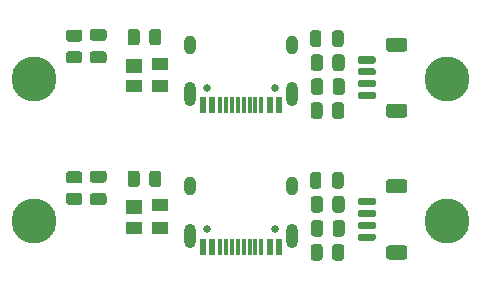
<source format=gbr>
%TF.GenerationSoftware,KiCad,Pcbnew,(5.1.10)-1*%
%TF.CreationDate,2022-01-12T21:02:25-06:00*%
%TF.ProjectId,kb-db_panel,6b622d64-625f-4706-916e-656c2e6b6963,rev?*%
%TF.SameCoordinates,Original*%
%TF.FileFunction,Soldermask,Top*%
%TF.FilePolarity,Negative*%
%FSLAX46Y46*%
G04 Gerber Fmt 4.6, Leading zero omitted, Abs format (unit mm)*
G04 Created by KiCad (PCBNEW (5.1.10)-1) date 2022-01-12 21:02:25*
%MOMM*%
%LPD*%
G01*
G04 APERTURE LIST*
%ADD10C,3.800000*%
%ADD11R,1.400000X1.200000*%
%ADD12R,1.400000X1.000000*%
%ADD13O,1.000000X1.600000*%
%ADD14O,1.000000X2.100000*%
%ADD15C,0.650000*%
%ADD16R,0.300000X1.450000*%
%ADD17R,0.600000X1.450000*%
G04 APERTURE END LIST*
D10*
%TO.C,H1*%
X96487000Y-75472000D03*
%TD*%
%TO.C,J1*%
G36*
G01*
X89052000Y-73579000D02*
X90302000Y-73579000D01*
G75*
G02*
X90452000Y-73729000I0J-150000D01*
G01*
X90452000Y-74029000D01*
G75*
G02*
X90302000Y-74179000I-150000J0D01*
G01*
X89052000Y-74179000D01*
G75*
G02*
X88902000Y-74029000I0J150000D01*
G01*
X88902000Y-73729000D01*
G75*
G02*
X89052000Y-73579000I150000J0D01*
G01*
G37*
G36*
G01*
X89052000Y-74579000D02*
X90302000Y-74579000D01*
G75*
G02*
X90452000Y-74729000I0J-150000D01*
G01*
X90452000Y-75029000D01*
G75*
G02*
X90302000Y-75179000I-150000J0D01*
G01*
X89052000Y-75179000D01*
G75*
G02*
X88902000Y-75029000I0J150000D01*
G01*
X88902000Y-74729000D01*
G75*
G02*
X89052000Y-74579000I150000J0D01*
G01*
G37*
G36*
G01*
X89052000Y-75579000D02*
X90302000Y-75579000D01*
G75*
G02*
X90452000Y-75729000I0J-150000D01*
G01*
X90452000Y-76029000D01*
G75*
G02*
X90302000Y-76179000I-150000J0D01*
G01*
X89052000Y-76179000D01*
G75*
G02*
X88902000Y-76029000I0J150000D01*
G01*
X88902000Y-75729000D01*
G75*
G02*
X89052000Y-75579000I150000J0D01*
G01*
G37*
G36*
G01*
X89052000Y-76579000D02*
X90302000Y-76579000D01*
G75*
G02*
X90452000Y-76729000I0J-150000D01*
G01*
X90452000Y-77029000D01*
G75*
G02*
X90302000Y-77179000I-150000J0D01*
G01*
X89052000Y-77179000D01*
G75*
G02*
X88902000Y-77029000I0J150000D01*
G01*
X88902000Y-76729000D01*
G75*
G02*
X89052000Y-76579000I150000J0D01*
G01*
G37*
G36*
G01*
X91551999Y-71979000D02*
X92852001Y-71979000D01*
G75*
G02*
X93102000Y-72228999I0J-249999D01*
G01*
X93102000Y-72929001D01*
G75*
G02*
X92852001Y-73179000I-249999J0D01*
G01*
X91551999Y-73179000D01*
G75*
G02*
X91302000Y-72929001I0J249999D01*
G01*
X91302000Y-72228999D01*
G75*
G02*
X91551999Y-71979000I249999J0D01*
G01*
G37*
G36*
G01*
X91551999Y-77579000D02*
X92852001Y-77579000D01*
G75*
G02*
X93102000Y-77828999I0J-249999D01*
G01*
X93102000Y-78529001D01*
G75*
G02*
X92852001Y-78779000I-249999J0D01*
G01*
X91551999Y-78779000D01*
G75*
G02*
X91302000Y-78529001I0J249999D01*
G01*
X91302000Y-77828999D01*
G75*
G02*
X91551999Y-77579000I249999J0D01*
G01*
G37*
%TD*%
%TO.C,C1*%
G36*
G01*
X66454000Y-71256000D02*
X67404000Y-71256000D01*
G75*
G02*
X67654000Y-71506000I0J-250000D01*
G01*
X67654000Y-72006000D01*
G75*
G02*
X67404000Y-72256000I-250000J0D01*
G01*
X66454000Y-72256000D01*
G75*
G02*
X66204000Y-72006000I0J250000D01*
G01*
X66204000Y-71506000D01*
G75*
G02*
X66454000Y-71256000I250000J0D01*
G01*
G37*
G36*
G01*
X66454000Y-73156000D02*
X67404000Y-73156000D01*
G75*
G02*
X67654000Y-73406000I0J-250000D01*
G01*
X67654000Y-73906000D01*
G75*
G02*
X67404000Y-74156000I-250000J0D01*
G01*
X66454000Y-74156000D01*
G75*
G02*
X66204000Y-73906000I0J250000D01*
G01*
X66204000Y-73406000D01*
G75*
G02*
X66454000Y-73156000I250000J0D01*
G01*
G37*
%TD*%
%TO.C,R1*%
G36*
G01*
X87761500Y-77716998D02*
X87761500Y-78617002D01*
G75*
G02*
X87511502Y-78867000I-249998J0D01*
G01*
X86986498Y-78867000D01*
G75*
G02*
X86736500Y-78617002I0J249998D01*
G01*
X86736500Y-77716998D01*
G75*
G02*
X86986498Y-77467000I249998J0D01*
G01*
X87511502Y-77467000D01*
G75*
G02*
X87761500Y-77716998I0J-249998D01*
G01*
G37*
G36*
G01*
X85936500Y-77716998D02*
X85936500Y-78617002D01*
G75*
G02*
X85686502Y-78867000I-249998J0D01*
G01*
X85161498Y-78867000D01*
G75*
G02*
X84911500Y-78617002I0J249998D01*
G01*
X84911500Y-77716998D01*
G75*
G02*
X85161498Y-77467000I249998J0D01*
G01*
X85686502Y-77467000D01*
G75*
G02*
X85936500Y-77716998I0J-249998D01*
G01*
G37*
%TD*%
%TO.C,R4*%
G36*
G01*
X87808500Y-75684998D02*
X87808500Y-76585002D01*
G75*
G02*
X87558502Y-76835000I-249998J0D01*
G01*
X87033498Y-76835000D01*
G75*
G02*
X86783500Y-76585002I0J249998D01*
G01*
X86783500Y-75684998D01*
G75*
G02*
X87033498Y-75435000I249998J0D01*
G01*
X87558502Y-75435000D01*
G75*
G02*
X87808500Y-75684998I0J-249998D01*
G01*
G37*
G36*
G01*
X85983500Y-75684998D02*
X85983500Y-76585002D01*
G75*
G02*
X85733502Y-76835000I-249998J0D01*
G01*
X85208498Y-76835000D01*
G75*
G02*
X84958500Y-76585002I0J249998D01*
G01*
X84958500Y-75684998D01*
G75*
G02*
X85208498Y-75435000I249998J0D01*
G01*
X85733502Y-75435000D01*
G75*
G02*
X85983500Y-75684998I0J-249998D01*
G01*
G37*
%TD*%
%TO.C,H2*%
X61487000Y-75472000D03*
%TD*%
D11*
%TO.C,D1*%
X69977000Y-74357000D03*
D12*
X69977000Y-76077000D03*
X72177000Y-76077000D03*
X72177000Y-74177000D03*
%TD*%
%TO.C,R5*%
G36*
G01*
X64446998Y-71304500D02*
X65347002Y-71304500D01*
G75*
G02*
X65597000Y-71554498I0J-249998D01*
G01*
X65597000Y-72079502D01*
G75*
G02*
X65347002Y-72329500I-249998J0D01*
G01*
X64446998Y-72329500D01*
G75*
G02*
X64197000Y-72079502I0J249998D01*
G01*
X64197000Y-71554498D01*
G75*
G02*
X64446998Y-71304500I249998J0D01*
G01*
G37*
G36*
G01*
X64446998Y-73129500D02*
X65347002Y-73129500D01*
G75*
G02*
X65597000Y-73379498I0J-249998D01*
G01*
X65597000Y-73904502D01*
G75*
G02*
X65347002Y-74154500I-249998J0D01*
G01*
X64446998Y-74154500D01*
G75*
G02*
X64197000Y-73904502I0J249998D01*
G01*
X64197000Y-73379498D01*
G75*
G02*
X64446998Y-73129500I249998J0D01*
G01*
G37*
%TD*%
%TO.C,F1*%
G36*
G01*
X87706500Y-71614750D02*
X87706500Y-72527250D01*
G75*
G02*
X87462750Y-72771000I-243750J0D01*
G01*
X86975250Y-72771000D01*
G75*
G02*
X86731500Y-72527250I0J243750D01*
G01*
X86731500Y-71614750D01*
G75*
G02*
X86975250Y-71371000I243750J0D01*
G01*
X87462750Y-71371000D01*
G75*
G02*
X87706500Y-71614750I0J-243750D01*
G01*
G37*
G36*
G01*
X85831500Y-71614750D02*
X85831500Y-72527250D01*
G75*
G02*
X85587750Y-72771000I-243750J0D01*
G01*
X85100250Y-72771000D01*
G75*
G02*
X84856500Y-72527250I0J243750D01*
G01*
X84856500Y-71614750D01*
G75*
G02*
X85100250Y-71371000I243750J0D01*
G01*
X85587750Y-71371000D01*
G75*
G02*
X85831500Y-71614750I0J-243750D01*
G01*
G37*
%TD*%
%TO.C,R2*%
G36*
G01*
X69417500Y-72394002D02*
X69417500Y-71493998D01*
G75*
G02*
X69667498Y-71244000I249998J0D01*
G01*
X70192502Y-71244000D01*
G75*
G02*
X70442500Y-71493998I0J-249998D01*
G01*
X70442500Y-72394002D01*
G75*
G02*
X70192502Y-72644000I-249998J0D01*
G01*
X69667498Y-72644000D01*
G75*
G02*
X69417500Y-72394002I0J249998D01*
G01*
G37*
G36*
G01*
X71242500Y-72394002D02*
X71242500Y-71493998D01*
G75*
G02*
X71492498Y-71244000I249998J0D01*
G01*
X72017502Y-71244000D01*
G75*
G02*
X72267500Y-71493998I0J-249998D01*
G01*
X72267500Y-72394002D01*
G75*
G02*
X72017502Y-72644000I-249998J0D01*
G01*
X71492498Y-72644000D01*
G75*
G02*
X71242500Y-72394002I0J249998D01*
G01*
G37*
%TD*%
%TO.C,R3*%
G36*
G01*
X87785000Y-73652998D02*
X87785000Y-74553002D01*
G75*
G02*
X87535002Y-74803000I-249998J0D01*
G01*
X87009998Y-74803000D01*
G75*
G02*
X86760000Y-74553002I0J249998D01*
G01*
X86760000Y-73652998D01*
G75*
G02*
X87009998Y-73403000I249998J0D01*
G01*
X87535002Y-73403000D01*
G75*
G02*
X87785000Y-73652998I0J-249998D01*
G01*
G37*
G36*
G01*
X85960000Y-73652998D02*
X85960000Y-74553002D01*
G75*
G02*
X85710002Y-74803000I-249998J0D01*
G01*
X85184998Y-74803000D01*
G75*
G02*
X84935000Y-74553002I0J249998D01*
G01*
X84935000Y-73652998D01*
G75*
G02*
X85184998Y-73403000I249998J0D01*
G01*
X85710002Y-73403000D01*
G75*
G02*
X85960000Y-73652998I0J-249998D01*
G01*
G37*
%TD*%
D13*
%TO.C,USB1*%
X74672000Y-72579000D03*
X83312000Y-72579000D03*
D14*
X74672000Y-76759000D03*
X83312000Y-76759000D03*
D15*
X81882000Y-76229000D03*
X76102000Y-76229000D03*
D16*
X79242000Y-77674000D03*
X78742000Y-77674000D03*
X78242000Y-77674000D03*
X79742000Y-77674000D03*
X77742000Y-77674000D03*
X80242000Y-77674000D03*
X77242000Y-77674000D03*
X80742000Y-77674000D03*
D17*
X81442000Y-77674000D03*
X76542000Y-77674000D03*
X82217000Y-77674000D03*
X75767000Y-77674000D03*
%TD*%
D10*
%TO.C,H2*%
X61487000Y-63472000D03*
%TD*%
%TO.C,H1*%
X96487000Y-63472000D03*
%TD*%
%TO.C,J1*%
G36*
G01*
X91551999Y-65579000D02*
X92852001Y-65579000D01*
G75*
G02*
X93102000Y-65828999I0J-249999D01*
G01*
X93102000Y-66529001D01*
G75*
G02*
X92852001Y-66779000I-249999J0D01*
G01*
X91551999Y-66779000D01*
G75*
G02*
X91302000Y-66529001I0J249999D01*
G01*
X91302000Y-65828999D01*
G75*
G02*
X91551999Y-65579000I249999J0D01*
G01*
G37*
G36*
G01*
X91551999Y-59979000D02*
X92852001Y-59979000D01*
G75*
G02*
X93102000Y-60228999I0J-249999D01*
G01*
X93102000Y-60929001D01*
G75*
G02*
X92852001Y-61179000I-249999J0D01*
G01*
X91551999Y-61179000D01*
G75*
G02*
X91302000Y-60929001I0J249999D01*
G01*
X91302000Y-60228999D01*
G75*
G02*
X91551999Y-59979000I249999J0D01*
G01*
G37*
G36*
G01*
X89052000Y-64579000D02*
X90302000Y-64579000D01*
G75*
G02*
X90452000Y-64729000I0J-150000D01*
G01*
X90452000Y-65029000D01*
G75*
G02*
X90302000Y-65179000I-150000J0D01*
G01*
X89052000Y-65179000D01*
G75*
G02*
X88902000Y-65029000I0J150000D01*
G01*
X88902000Y-64729000D01*
G75*
G02*
X89052000Y-64579000I150000J0D01*
G01*
G37*
G36*
G01*
X89052000Y-63579000D02*
X90302000Y-63579000D01*
G75*
G02*
X90452000Y-63729000I0J-150000D01*
G01*
X90452000Y-64029000D01*
G75*
G02*
X90302000Y-64179000I-150000J0D01*
G01*
X89052000Y-64179000D01*
G75*
G02*
X88902000Y-64029000I0J150000D01*
G01*
X88902000Y-63729000D01*
G75*
G02*
X89052000Y-63579000I150000J0D01*
G01*
G37*
G36*
G01*
X89052000Y-62579000D02*
X90302000Y-62579000D01*
G75*
G02*
X90452000Y-62729000I0J-150000D01*
G01*
X90452000Y-63029000D01*
G75*
G02*
X90302000Y-63179000I-150000J0D01*
G01*
X89052000Y-63179000D01*
G75*
G02*
X88902000Y-63029000I0J150000D01*
G01*
X88902000Y-62729000D01*
G75*
G02*
X89052000Y-62579000I150000J0D01*
G01*
G37*
G36*
G01*
X89052000Y-61579000D02*
X90302000Y-61579000D01*
G75*
G02*
X90452000Y-61729000I0J-150000D01*
G01*
X90452000Y-62029000D01*
G75*
G02*
X90302000Y-62179000I-150000J0D01*
G01*
X89052000Y-62179000D01*
G75*
G02*
X88902000Y-62029000I0J150000D01*
G01*
X88902000Y-61729000D01*
G75*
G02*
X89052000Y-61579000I150000J0D01*
G01*
G37*
%TD*%
%TO.C,C1*%
G36*
G01*
X66454000Y-61156000D02*
X67404000Y-61156000D01*
G75*
G02*
X67654000Y-61406000I0J-250000D01*
G01*
X67654000Y-61906000D01*
G75*
G02*
X67404000Y-62156000I-250000J0D01*
G01*
X66454000Y-62156000D01*
G75*
G02*
X66204000Y-61906000I0J250000D01*
G01*
X66204000Y-61406000D01*
G75*
G02*
X66454000Y-61156000I250000J0D01*
G01*
G37*
G36*
G01*
X66454000Y-59256000D02*
X67404000Y-59256000D01*
G75*
G02*
X67654000Y-59506000I0J-250000D01*
G01*
X67654000Y-60006000D01*
G75*
G02*
X67404000Y-60256000I-250000J0D01*
G01*
X66454000Y-60256000D01*
G75*
G02*
X66204000Y-60006000I0J250000D01*
G01*
X66204000Y-59506000D01*
G75*
G02*
X66454000Y-59256000I250000J0D01*
G01*
G37*
%TD*%
D17*
%TO.C,USB1*%
X75767000Y-65674000D03*
X82217000Y-65674000D03*
X76542000Y-65674000D03*
X81442000Y-65674000D03*
D16*
X80742000Y-65674000D03*
X77242000Y-65674000D03*
X80242000Y-65674000D03*
X77742000Y-65674000D03*
X79742000Y-65674000D03*
X78242000Y-65674000D03*
X78742000Y-65674000D03*
X79242000Y-65674000D03*
D15*
X76102000Y-64229000D03*
X81882000Y-64229000D03*
D14*
X83312000Y-64759000D03*
X74672000Y-64759000D03*
D13*
X83312000Y-60579000D03*
X74672000Y-60579000D03*
%TD*%
%TO.C,R5*%
G36*
G01*
X64446998Y-61129500D02*
X65347002Y-61129500D01*
G75*
G02*
X65597000Y-61379498I0J-249998D01*
G01*
X65597000Y-61904502D01*
G75*
G02*
X65347002Y-62154500I-249998J0D01*
G01*
X64446998Y-62154500D01*
G75*
G02*
X64197000Y-61904502I0J249998D01*
G01*
X64197000Y-61379498D01*
G75*
G02*
X64446998Y-61129500I249998J0D01*
G01*
G37*
G36*
G01*
X64446998Y-59304500D02*
X65347002Y-59304500D01*
G75*
G02*
X65597000Y-59554498I0J-249998D01*
G01*
X65597000Y-60079502D01*
G75*
G02*
X65347002Y-60329500I-249998J0D01*
G01*
X64446998Y-60329500D01*
G75*
G02*
X64197000Y-60079502I0J249998D01*
G01*
X64197000Y-59554498D01*
G75*
G02*
X64446998Y-59304500I249998J0D01*
G01*
G37*
%TD*%
%TO.C,R4*%
G36*
G01*
X85983500Y-63684998D02*
X85983500Y-64585002D01*
G75*
G02*
X85733502Y-64835000I-249998J0D01*
G01*
X85208498Y-64835000D01*
G75*
G02*
X84958500Y-64585002I0J249998D01*
G01*
X84958500Y-63684998D01*
G75*
G02*
X85208498Y-63435000I249998J0D01*
G01*
X85733502Y-63435000D01*
G75*
G02*
X85983500Y-63684998I0J-249998D01*
G01*
G37*
G36*
G01*
X87808500Y-63684998D02*
X87808500Y-64585002D01*
G75*
G02*
X87558502Y-64835000I-249998J0D01*
G01*
X87033498Y-64835000D01*
G75*
G02*
X86783500Y-64585002I0J249998D01*
G01*
X86783500Y-63684998D01*
G75*
G02*
X87033498Y-63435000I249998J0D01*
G01*
X87558502Y-63435000D01*
G75*
G02*
X87808500Y-63684998I0J-249998D01*
G01*
G37*
%TD*%
%TO.C,R3*%
G36*
G01*
X85960000Y-61652998D02*
X85960000Y-62553002D01*
G75*
G02*
X85710002Y-62803000I-249998J0D01*
G01*
X85184998Y-62803000D01*
G75*
G02*
X84935000Y-62553002I0J249998D01*
G01*
X84935000Y-61652998D01*
G75*
G02*
X85184998Y-61403000I249998J0D01*
G01*
X85710002Y-61403000D01*
G75*
G02*
X85960000Y-61652998I0J-249998D01*
G01*
G37*
G36*
G01*
X87785000Y-61652998D02*
X87785000Y-62553002D01*
G75*
G02*
X87535002Y-62803000I-249998J0D01*
G01*
X87009998Y-62803000D01*
G75*
G02*
X86760000Y-62553002I0J249998D01*
G01*
X86760000Y-61652998D01*
G75*
G02*
X87009998Y-61403000I249998J0D01*
G01*
X87535002Y-61403000D01*
G75*
G02*
X87785000Y-61652998I0J-249998D01*
G01*
G37*
%TD*%
%TO.C,R2*%
G36*
G01*
X71242500Y-60394002D02*
X71242500Y-59493998D01*
G75*
G02*
X71492498Y-59244000I249998J0D01*
G01*
X72017502Y-59244000D01*
G75*
G02*
X72267500Y-59493998I0J-249998D01*
G01*
X72267500Y-60394002D01*
G75*
G02*
X72017502Y-60644000I-249998J0D01*
G01*
X71492498Y-60644000D01*
G75*
G02*
X71242500Y-60394002I0J249998D01*
G01*
G37*
G36*
G01*
X69417500Y-60394002D02*
X69417500Y-59493998D01*
G75*
G02*
X69667498Y-59244000I249998J0D01*
G01*
X70192502Y-59244000D01*
G75*
G02*
X70442500Y-59493998I0J-249998D01*
G01*
X70442500Y-60394002D01*
G75*
G02*
X70192502Y-60644000I-249998J0D01*
G01*
X69667498Y-60644000D01*
G75*
G02*
X69417500Y-60394002I0J249998D01*
G01*
G37*
%TD*%
%TO.C,R1*%
G36*
G01*
X85936500Y-65716998D02*
X85936500Y-66617002D01*
G75*
G02*
X85686502Y-66867000I-249998J0D01*
G01*
X85161498Y-66867000D01*
G75*
G02*
X84911500Y-66617002I0J249998D01*
G01*
X84911500Y-65716998D01*
G75*
G02*
X85161498Y-65467000I249998J0D01*
G01*
X85686502Y-65467000D01*
G75*
G02*
X85936500Y-65716998I0J-249998D01*
G01*
G37*
G36*
G01*
X87761500Y-65716998D02*
X87761500Y-66617002D01*
G75*
G02*
X87511502Y-66867000I-249998J0D01*
G01*
X86986498Y-66867000D01*
G75*
G02*
X86736500Y-66617002I0J249998D01*
G01*
X86736500Y-65716998D01*
G75*
G02*
X86986498Y-65467000I249998J0D01*
G01*
X87511502Y-65467000D01*
G75*
G02*
X87761500Y-65716998I0J-249998D01*
G01*
G37*
%TD*%
%TO.C,F1*%
G36*
G01*
X85831500Y-59614750D02*
X85831500Y-60527250D01*
G75*
G02*
X85587750Y-60771000I-243750J0D01*
G01*
X85100250Y-60771000D01*
G75*
G02*
X84856500Y-60527250I0J243750D01*
G01*
X84856500Y-59614750D01*
G75*
G02*
X85100250Y-59371000I243750J0D01*
G01*
X85587750Y-59371000D01*
G75*
G02*
X85831500Y-59614750I0J-243750D01*
G01*
G37*
G36*
G01*
X87706500Y-59614750D02*
X87706500Y-60527250D01*
G75*
G02*
X87462750Y-60771000I-243750J0D01*
G01*
X86975250Y-60771000D01*
G75*
G02*
X86731500Y-60527250I0J243750D01*
G01*
X86731500Y-59614750D01*
G75*
G02*
X86975250Y-59371000I243750J0D01*
G01*
X87462750Y-59371000D01*
G75*
G02*
X87706500Y-59614750I0J-243750D01*
G01*
G37*
%TD*%
D12*
%TO.C,D1*%
X72177000Y-62177000D03*
X72177000Y-64077000D03*
X69977000Y-64077000D03*
D11*
X69977000Y-62357000D03*
%TD*%
M02*

</source>
